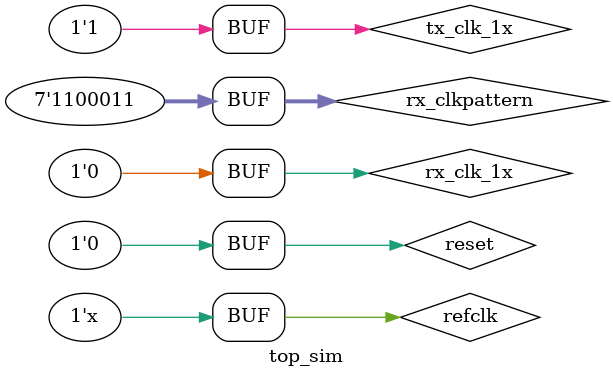
<source format=v>
`timescale 1ps/1ps
module top_sim();

reg       refclk;
reg       reset;

wire        clk1_p, clk1_n;
wire [4:0]  data1_p, data1_n;
wire        clk2_p, clk2_n;
wire [4:0]  data2_p, data2_n;


reg        tx_clk_1x;
reg  [6:0] tx1_oclk;
reg  [6:0] tx1_odata0, tx1_sdata0;
reg  [6:0] tx1_odata1, tx1_sdata1;
reg  [6:0] tx1_odata2, tx1_sdata2;
reg  [6:0] tx1_odata3, tx1_sdata3;
reg  [6:0] tx1_odata4, tx1_sdata4;
reg        tx1_match;

reg  [6:0] tx2_oclk;
reg  [6:0] tx2_odata0, tx2_sdata0;
reg  [6:0] tx2_odata1, tx2_sdata1;
reg  [6:0] tx2_odata2, tx2_sdata2;
reg  [6:0] tx2_odata3, tx2_sdata3;
reg  [6:0] tx2_odata4, tx2_sdata4;
reg        tx2_match;


reg        rx_clk_1x;
reg [34:0] rx_data;
reg        rx_clkin;
reg  [4:0] rx_datain;
reg  [3:0] rx_count;
reg  [6:0] rx_clkpattern;
wire       rx1_match;
wire       rx2_match;


initial
begin
   refclk = 1'b0;
   reset  = 1'b1;
   //
   tx_clk_1x = 1'b1;
   //
   rx_clk_1x = 1'b0;
   rx_count  = 3'b0;
   rx_clkpattern  = 7'b1100011;
   rx_data[ 6:0 ] = 7'h1;
   rx_data[13:7 ] = 7'h2;
   rx_data[20:14] = 7'h3;
   rx_data[27:21] = 7'h4;
   rx_data[34:28] = 7'h5;
   
   #100000
   reset = 1'b0;
end

always begin
   #1666 refclk = ~refclk;
end

top_txrx_example  top_rxtx (
    .refclk_p    ( refclk),     // Reference clock for input delay control
    .refclk_n    (~refclk),     // Reference clock for input delay control
    .tx_reset    (reset),       // Transmitter Reset (active high)
    .rx_reset    (reset),       // Receiver Reset (active high)
    //
    .clkout1_p   (clk1_p),
    .clkout1_n   (clk1_n),      // 
    .dataout1_p  (data1_p),     //
    .dataout1_n  (data1_n),     //
    .clkout2_p   (clk2_p),
    .clkout2_n   (clk2_n),      // 
    .dataout2_p  (data2_p),     //
    .dataout2_n  (data2_n),     //
    //
    .clkin1_p    (clk1_p),      // 
    .clkin1_n    (clk1_n),      // 
    .datain1_p   (data2_p),     //
    .datain1_n   (data2_n),     //
    .clkin2_p    (clk2_p),
    .clkin2_n    (clk2_n),      // 
    .datain2_p   (data2_p),     //
    .datain2_n   (data2_n),     //
    //
    .rx1_match   (rx1_match),
    .rx2_match   (rx2_match)
   );


// 
// Independent RX data generation
// 
always begin
    #476 rx_clk_1x <= 1'b1;
    #476 rx_clk_1x <= 1'b0;
end

always @ (posedge rx_clk_1x)
begin
   if (rx_count == 6) begin
       rx_count <= 0;
       rx_data[ 6:0 ] <= rx_data[ 6:0 ] + 1'b1;
       rx_data[13:7 ] <= rx_data[13:7 ] + 1'b1;
       rx_data[20:14] <= rx_data[20:14] + 1'b1;
       rx_data[27:21] <= rx_data[27:21] + 1'b1;
       rx_data[34:28] <= rx_data[34:28] + 1'b1;
       end
   else begin
       rx_count <= rx_count + 1'b1;
   end

   rx_clkin     <= rx_clkpattern[rx_count];
   rx_datain[0] <= rx_data[rx_count+7*0];
   rx_datain[1] <= rx_data[rx_count+7*1];
   rx_datain[2] <= rx_data[rx_count+7*2];
   rx_datain[3] <= rx_data[rx_count+7*3];
   rx_datain[4] <= rx_data[rx_count+7*4];
end

// 
// TX1 data checker
// 
always begin
    #476 tx_clk_1x <= 1'b0;
    #476 tx_clk_1x <= 1'b1;
end

always @ (posedge tx_clk_1x)
begin
   tx1_oclk        <= {clk1_p,tx1_oclk[6:1]};
   tx1_odata0[6:0] <= {data1_p[0],tx1_odata0[6:1]};
   tx1_odata1[6:0] <= {data1_p[1],tx1_odata1[6:1]};
   tx1_odata2[6:0] <= {data1_p[2],tx1_odata2[6:1]};
   tx1_odata3[6:0] <= {data1_p[3],tx1_odata3[6:1]};
   tx1_odata4[6:0] <= {data1_p[4],tx1_odata4[6:1]};
end

always @ (posedge tx_clk_1x)
begin
   if (tx1_oclk == 7'b1100011) begin
      if ( (tx1_odata0 == tx1_sdata0 + 1'b1) &&
           (tx1_odata1 == tx1_sdata1 + 1'b1) &&
           (tx1_odata2 == tx1_sdata2 + 1'b1) &&
           (tx1_odata3 == tx1_sdata3 + 1'b1) &&
           (tx1_odata4 == tx1_sdata4 + 1'b1)) begin
         tx1_match = 1'b1;
      end
      else begin
         tx1_match = 1'b0;
      end
      tx1_sdata0 <= tx1_odata0;
      tx1_sdata1 <= tx1_odata1;
      tx1_sdata2 <= tx1_odata2;
      tx1_sdata3 <= tx1_odata3;
      tx1_sdata4 <= tx1_odata4;
   end
end

//
// TX2 data checker
//
always begin
    #476 tx_clk_1x <= 1'b0;
    #476 tx_clk_1x <= 1'b1;
end

always @ (posedge tx_clk_1x)
begin
   tx2_oclk        <= {clk2_p,tx2_oclk[6:1]};
   tx2_odata0[6:0] <= {data2_p[0],tx2_odata0[6:1]};
   tx2_odata1[6:0] <= {data2_p[1],tx2_odata1[6:1]};
   tx2_odata2[6:0] <= {data2_p[2],tx2_odata2[6:1]};
   tx2_odata3[6:0] <= {data2_p[3],tx2_odata3[6:1]};
   tx2_odata4[6:0] <= {data2_p[4],tx2_odata4[6:1]};
end

always @ (posedge tx_clk_1x)
begin
   if (tx2_oclk == 7'b1100011) begin
      if ( (tx2_odata0 == tx2_sdata0 + 1'b1) &&
           (tx2_odata1 == tx2_sdata1 + 1'b1) &&
           (tx2_odata2 == tx2_sdata2 + 1'b1) &&
           (tx2_odata3 == tx2_sdata3 + 1'b1) &&
           (tx2_odata4 == tx2_sdata4 + 1'b1)) begin
         tx2_match = 1'b1;
      end
      else begin
         tx2_match = 1'b0;
      end
      tx2_sdata0 <= tx2_odata0;
      tx2_sdata1 <= tx2_odata1;
      tx2_sdata2 <= tx2_odata2;
      tx2_sdata3 <= tx2_odata3;
      tx2_sdata4 <= tx2_odata4;
   end
end

endmodule

</source>
